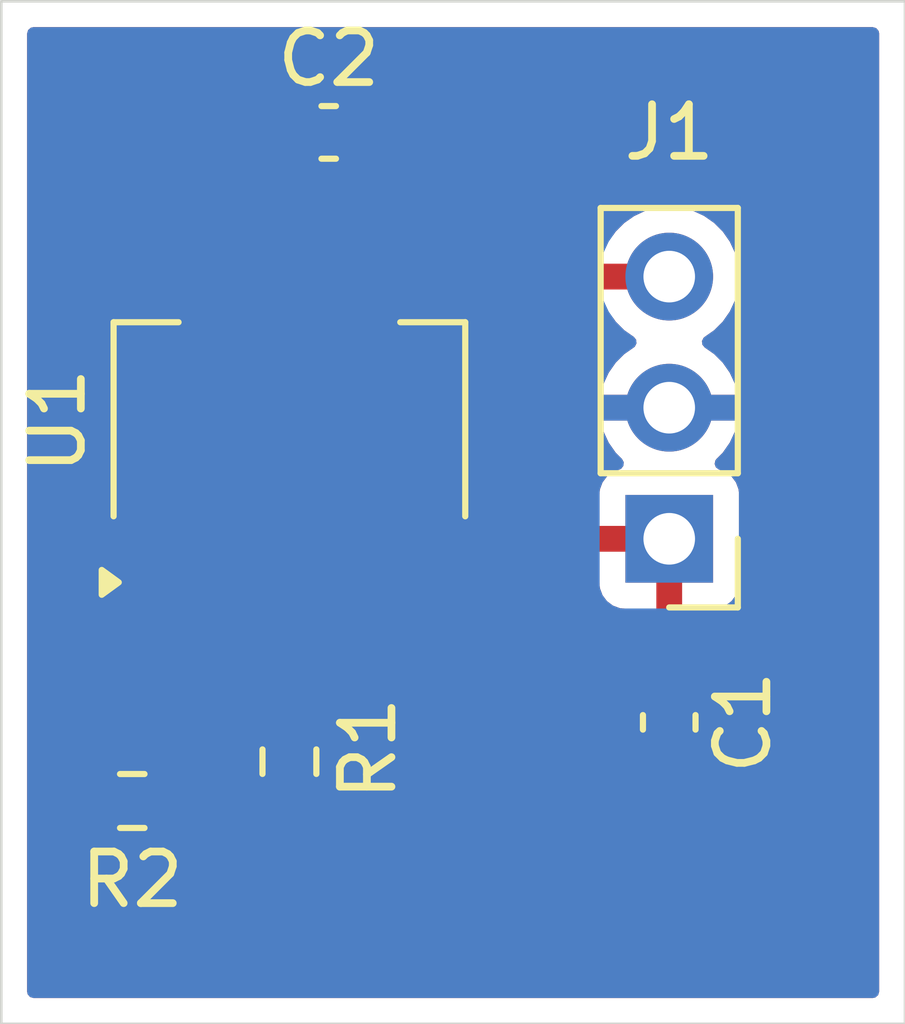
<source format=kicad_pcb>
(kicad_pcb (version 20221018) (generator pcbnew)
  (layers (0 "F.Cu" signal) (31 "B.Cu" signal) (34 "B.Paste" user) (35 "F.Paste" user) (36 "B.SilkS" user "B.Silkscreen") (37 "F.SilkS" user "F.Silkscreen") (38 "B.Mask" user) (39 "F.Mask" user) (44 "Edge.Cuts" user))
  (net 0 "")
  (net 1 "/Vin")
  (net 2 "GND")
  (net 3 "/Vout")
  (net 4 "Net-(U1-ADJ)")
  (footprint "Resistor_SMD:R_0603_1608Metric" (layer "F.Cu") (at 144.78 87.884 -90)
    (fp_text reference "R1" (at -0.254 -1.524 90) (layer "F.SilkS"))
    (fp_text value "R")
    (fp_line (start -0.237258 -0.5225) (end 0.237258 -0.5225) (stroke (width 0.12)) (layer "F.SilkS"))
    (fp_line (start -0.237258 0.5225) (end 0.237258 0.5225) (stroke (width 0.12)) (layer "F.SilkS"))
    (pad "1" smd roundrect (at -0.825 0 270) (size 0.8 0.95) (layers "F.Cu" "F.Paste" "F.Mask") (net 3 "/Vout"))
    (pad "2" smd roundrect (at 0.825 0 270) (size 0.8 0.95) (layers "F.Cu" "F.Paste" "F.Mask") (net 4 "Net-(U1-ADJ)"))
  )
  (footprint "Package_TO_SOT_SMD:SOT-223-3_TabPin2" (layer "F.Cu") (at 144.78 81.28 90)
    (fp_text reference "U1" (at 0 -4.5 90) (layer "F.SilkS"))
    (fp_text value "AMS1117")
    (fp_line (start -1.85 -3.41) (end 1.91 -3.41) (stroke (width 0.12)) (layer "F.SilkS"))
    (fp_line (start -1.85 3.41) (end 1.91 3.41) (stroke (width 0.12)) (layer "F.SilkS"))
    (fp_line (start 1.91 -3.41) (end 1.91 -2.15) (stroke (width 0.12)) (layer "F.SilkS"))
    (fp_line (start 1.91 3.41) (end 1.91 2.15) (stroke (width 0.12)) (layer "F.SilkS"))
    (fp_poly (pts (xy -3.13 -3.31) (xy -3.37 -3.64) (xy -2.89 -3.64) (xy -3.13 -3.31)) (stroke (width 0.12)) (fill solid) (layer "F.SilkS"))
    (pad "1" smd roundrect (at -3.15 -2.3 90) (size 2 1.5) (layers "F.Cu" "F.Paste" "F.Mask") (net 4 "Net-(U1-ADJ)"))
    (pad "2" smd roundrect (at -3.15 0 90) (size 2 1.5) (layers "F.Cu" "F.Paste" "F.Mask") (net 3 "/Vout"))
    (pad "2" smd roundrect (at 3.15 0 90) (size 2 3.8) (layers "F.Cu" "F.Paste" "F.Mask") (net 3 "/Vout"))
    (pad "3" smd roundrect (at -3.15 2.3 90) (size 2 1.5) (layers "F.Cu" "F.Paste" "F.Mask") (net 1 "/Vin"))
  )
  (footprint "Capacitor_SMD:C_0603_1608Metric" (layer "F.Cu") (at 145.542 75.692)
    (fp_text reference "C2" (at 0 -1.43) (layer "F.SilkS"))
    (fp_text value "22 uF")
    (fp_line (start -0.14058 -0.51) (end 0.14058 -0.51) (stroke (width 0.12)) (layer "F.SilkS"))
    (fp_line (start -0.14058 0.51) (end 0.14058 0.51) (stroke (width 0.12)) (layer "F.SilkS"))
    (pad "1" smd roundrect (at -0.775 0) (size 0.9 0.95) (layers "F.Cu" "F.Paste" "F.Mask") (net 3 "/Vout"))
    (pad "2" smd roundrect (at 0.775 0) (size 0.9 0.95) (layers "F.Cu" "F.Paste" "F.Mask") (net 2 "GND"))
  )
  (footprint "Connector_PinHeader_2.54mm:PinHeader_1x03_P2.54mm_Vertical" (layer "F.Cu") (at 152.146 83.566 180)
    (fp_text reference "J1" (at 0 7.874) (layer "F.SilkS"))
    (fp_text value "Conn_01x03_Pin")
    (fp_line (start -1.33 -1.33) (end 0 -1.33) (stroke (width 0.12)) (layer "F.SilkS"))
    (fp_line (start -1.33 0) (end -1.33 -1.33) (stroke (width 0.12)) (layer "F.SilkS"))
    (fp_line (start -1.33 1.27) (end -1.33 6.41) (stroke (width 0.12)) (layer "F.SilkS"))
    (fp_line (start -1.33 1.27) (end 1.33 1.27) (stroke (width 0.12)) (layer "F.SilkS"))
    (fp_line (start -1.33 6.41) (end 1.33 6.41) (stroke (width 0.12)) (layer "F.SilkS"))
    (fp_line (start 1.33 1.27) (end 1.33 6.41) (stroke (width 0.12)) (layer "F.SilkS"))
    (pad "1" thru_hole rect (at 0 0 180) (size 1.7 1.7) (drill 1) (layers "*.Cu" "*.Mask") (net 1 "/Vin"))
    (pad "2" thru_hole oval (at 0 2.54 180) (size 1.7 1.7) (drill 1) (layers "*.Cu" "*.Mask") (net 2 "GND"))
    (pad "3" thru_hole oval (at 0 5.08 180) (size 1.7 1.7) (drill 1) (layers "*.Cu" "*.Mask") (net 3 "/Vout"))
  )
  (footprint "Resistor_SMD:R_0603_1608Metric" (layer "F.Cu") (at 141.732 88.646 180)
    (fp_text reference "R2" (at 0 -1.524) (layer "F.SilkS"))
    (fp_text value "R")
    (fp_line (start -0.237258 -0.5225) (end 0.237258 -0.5225) (stroke (width 0.12)) (layer "F.SilkS"))
    (fp_line (start -0.237258 0.5225) (end 0.237258 0.5225) (stroke (width 0.12)) (layer "F.SilkS"))
    (pad "1" smd roundrect (at -0.825 0 180) (size 0.8 0.95) (layers "F.Cu" "F.Paste" "F.Mask") (net 4 "Net-(U1-ADJ)"))
    (pad "2" smd roundrect (at 0.825 0 180) (size 0.8 0.95) (layers "F.Cu" "F.Paste" "F.Mask") (net 2 "GND"))
  )
  (footprint "Capacitor_SMD:C_0603_1608Metric" (layer "F.Cu") (at 152.146 87.122 -90)
    (fp_text reference "C1" (at 0 -1.43 90) (layer "F.SilkS"))
    (fp_text value "10 uF")
    (fp_line (start -0.14058 -0.51) (end 0.14058 -0.51) (stroke (width 0.12)) (layer "F.SilkS"))
    (fp_line (start -0.14058 0.51) (end 0.14058 0.51) (stroke (width 0.12)) (layer "F.SilkS"))
    (pad "1" smd roundrect (at -0.775 0 270) (size 0.9 0.95) (layers "F.Cu" "F.Paste" "F.Mask") (net 1 "/Vin"))
    (pad "2" smd roundrect (at 0.775 0 270) (size 0.9 0.95) (layers "F.Cu" "F.Paste" "F.Mask") (net 2 "GND"))
  )
  (gr_poly (pts (xy 156.718 73.152) (xy 156.718 92.964) (xy 139.192 92.964) (xy 139.192 73.152)) (stroke (width 0.05)) (fill none) (layer "Edge.Cuts"))
  (segment (start 152.146 83.566) (end 147.944 83.566) (width 0.5) (layer "F.Cu") (net 1))
  (segment (start 147.944 83.566) (end 147.08 84.43) (width 0.5) (layer "F.Cu") (net 1))
  (segment (start 152.146 83.566) (end 152.146 86.347) (width 0.5) (layer "F.Cu") (net 1))
  (segment (start 144.767 78.117) (end 144.78 78.13) (width 0.5) (layer "F.Cu") (net 3))
  (segment (start 144.767 75.692) (end 144.767 78.117) (width 0.5) (layer "F.Cu") (net 3))
  (segment (start 152.146 78.486) (end 145.136 78.486) (width 0.5) (layer "F.Cu") (net 3))
  (segment (start 145.136 78.486) (end 144.78 78.13) (width 0.5) (layer "F.Cu") (net 3))
  (segment (start 144.78 84.43) (end 144.78 78.13) (width 0.5) (layer "F.Cu") (net 3))
  (segment (start 144.78 84.43) (end 144.78 87.059) (width 0.5) (layer "F.Cu") (net 3))
  (segment (start 142.557 88.646) (end 142.557 84.507) (width 0.5) (layer "F.Cu") (net 4))
  (segment (start 144.717 88.646) (end 144.78 88.709) (width 0.5) (layer "F.Cu") (net 4))
  (segment (start 142.557 84.507) (end 142.48 84.43) (width 0.5) (layer "F.Cu") (net 4))
  (segment (start 142.557 88.646) (end 144.717 88.646) (width 0.5) (layer "F.Cu") (net 4))
  (zone (net 2) (net_name "GND") (layer "F.Cu") (connect_pads (clearance 0.5)) (min_thickness 0.25) (fill yes (thermal_gap 0.5) (thermal_bridge_width 0.5) (island_removal_mode 1) (island_area_min 10))
    (polygon (pts (xy 156.718 73.152) (xy 139.192 73.152) (xy 139.192 92.964) (xy 156.718 92.964)))
  )
  (zone (net 2) (net_name "GND") (layer "B.Cu") (priority 1) (connect_pads (clearance 0.5)) (min_thickness 0.25) (fill yes (thermal_gap 0.5) (thermal_bridge_width 0.5) (island_removal_mode 1) (island_area_min 10))
    (polygon (pts (xy 156.718 73.152) (xy 156.718 92.964) (xy 139.192 92.964) (xy 139.192 73.152)))
  )
)
</source>
